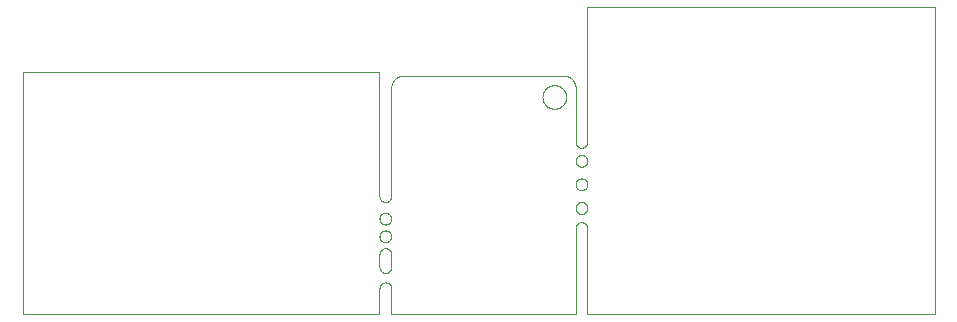
<source format=gko>
G75*
%MOIN*%
%OFA0B0*%
%FSLAX25Y25*%
%IPPOS*%
%LPD*%
%AMOC8*
5,1,8,0,0,1.08239X$1,22.5*
%
%ADD10C,0.00000*%
D10*
X0044484Y0046453D02*
X0044484Y0127161D01*
X0163382Y0127161D01*
X0163382Y0085823D01*
X0163381Y0085823D02*
X0163383Y0085737D01*
X0163388Y0085651D01*
X0163398Y0085566D01*
X0163411Y0085481D01*
X0163428Y0085397D01*
X0163448Y0085313D01*
X0163472Y0085231D01*
X0163500Y0085150D01*
X0163531Y0085069D01*
X0163565Y0084991D01*
X0163603Y0084914D01*
X0163645Y0084839D01*
X0163689Y0084765D01*
X0163737Y0084694D01*
X0163788Y0084624D01*
X0163842Y0084557D01*
X0163898Y0084493D01*
X0163958Y0084431D01*
X0164020Y0084371D01*
X0164084Y0084315D01*
X0164151Y0084261D01*
X0164221Y0084210D01*
X0164292Y0084162D01*
X0164366Y0084118D01*
X0164441Y0084076D01*
X0164518Y0084038D01*
X0164596Y0084004D01*
X0164677Y0083973D01*
X0164758Y0083945D01*
X0164840Y0083921D01*
X0164924Y0083901D01*
X0165008Y0083884D01*
X0165093Y0083871D01*
X0165178Y0083861D01*
X0165264Y0083856D01*
X0165350Y0083854D01*
X0165436Y0083856D01*
X0165522Y0083861D01*
X0165607Y0083871D01*
X0165692Y0083884D01*
X0165776Y0083901D01*
X0165860Y0083921D01*
X0165942Y0083945D01*
X0166023Y0083973D01*
X0166104Y0084004D01*
X0166182Y0084038D01*
X0166259Y0084076D01*
X0166335Y0084118D01*
X0166408Y0084162D01*
X0166479Y0084210D01*
X0166549Y0084261D01*
X0166616Y0084315D01*
X0166680Y0084371D01*
X0166742Y0084431D01*
X0166802Y0084493D01*
X0166858Y0084557D01*
X0166912Y0084624D01*
X0166963Y0084694D01*
X0167011Y0084765D01*
X0167055Y0084839D01*
X0167097Y0084914D01*
X0167135Y0084991D01*
X0167169Y0085069D01*
X0167200Y0085150D01*
X0167228Y0085231D01*
X0167252Y0085313D01*
X0167272Y0085397D01*
X0167289Y0085481D01*
X0167302Y0085566D01*
X0167312Y0085651D01*
X0167317Y0085737D01*
X0167319Y0085823D01*
X0167319Y0122043D01*
X0167321Y0122167D01*
X0167327Y0122290D01*
X0167336Y0122414D01*
X0167350Y0122536D01*
X0167367Y0122659D01*
X0167389Y0122781D01*
X0167414Y0122902D01*
X0167443Y0123022D01*
X0167475Y0123141D01*
X0167512Y0123260D01*
X0167552Y0123377D01*
X0167595Y0123492D01*
X0167643Y0123607D01*
X0167694Y0123719D01*
X0167748Y0123830D01*
X0167806Y0123940D01*
X0167867Y0124047D01*
X0167932Y0124153D01*
X0168000Y0124256D01*
X0168071Y0124357D01*
X0168145Y0124456D01*
X0168222Y0124553D01*
X0168303Y0124647D01*
X0168386Y0124738D01*
X0168472Y0124827D01*
X0168561Y0124913D01*
X0168652Y0124996D01*
X0168746Y0125077D01*
X0168843Y0125154D01*
X0168942Y0125228D01*
X0169043Y0125299D01*
X0169146Y0125367D01*
X0169252Y0125432D01*
X0169359Y0125493D01*
X0169469Y0125551D01*
X0169580Y0125605D01*
X0169692Y0125656D01*
X0169807Y0125704D01*
X0169922Y0125747D01*
X0170039Y0125787D01*
X0170158Y0125824D01*
X0170277Y0125856D01*
X0170397Y0125885D01*
X0170518Y0125910D01*
X0170640Y0125932D01*
X0170763Y0125949D01*
X0170885Y0125963D01*
X0171009Y0125972D01*
X0171132Y0125978D01*
X0171256Y0125980D01*
X0224799Y0125980D01*
X0224923Y0125978D01*
X0225046Y0125972D01*
X0225170Y0125963D01*
X0225292Y0125949D01*
X0225415Y0125932D01*
X0225537Y0125910D01*
X0225658Y0125885D01*
X0225778Y0125856D01*
X0225897Y0125824D01*
X0226016Y0125787D01*
X0226133Y0125747D01*
X0226248Y0125704D01*
X0226363Y0125656D01*
X0226475Y0125605D01*
X0226586Y0125551D01*
X0226696Y0125493D01*
X0226803Y0125432D01*
X0226909Y0125367D01*
X0227012Y0125299D01*
X0227113Y0125228D01*
X0227212Y0125154D01*
X0227309Y0125077D01*
X0227403Y0124996D01*
X0227494Y0124913D01*
X0227583Y0124827D01*
X0227669Y0124738D01*
X0227752Y0124647D01*
X0227833Y0124553D01*
X0227910Y0124456D01*
X0227984Y0124357D01*
X0228055Y0124256D01*
X0228123Y0124153D01*
X0228188Y0124047D01*
X0228249Y0123940D01*
X0228307Y0123830D01*
X0228361Y0123719D01*
X0228412Y0123607D01*
X0228460Y0123492D01*
X0228503Y0123377D01*
X0228543Y0123260D01*
X0228580Y0123141D01*
X0228612Y0123022D01*
X0228641Y0122902D01*
X0228666Y0122781D01*
X0228688Y0122659D01*
X0228705Y0122536D01*
X0228719Y0122414D01*
X0228728Y0122290D01*
X0228734Y0122167D01*
X0228736Y0122043D01*
X0228736Y0103933D01*
X0228738Y0103847D01*
X0228743Y0103761D01*
X0228753Y0103676D01*
X0228766Y0103591D01*
X0228783Y0103507D01*
X0228803Y0103423D01*
X0228827Y0103341D01*
X0228855Y0103260D01*
X0228886Y0103179D01*
X0228920Y0103101D01*
X0228958Y0103024D01*
X0229000Y0102949D01*
X0229044Y0102875D01*
X0229092Y0102804D01*
X0229143Y0102734D01*
X0229197Y0102667D01*
X0229253Y0102603D01*
X0229313Y0102541D01*
X0229375Y0102481D01*
X0229439Y0102425D01*
X0229506Y0102371D01*
X0229576Y0102320D01*
X0229647Y0102272D01*
X0229721Y0102228D01*
X0229796Y0102186D01*
X0229873Y0102148D01*
X0229951Y0102114D01*
X0230032Y0102083D01*
X0230113Y0102055D01*
X0230195Y0102031D01*
X0230279Y0102011D01*
X0230363Y0101994D01*
X0230448Y0101981D01*
X0230533Y0101971D01*
X0230619Y0101966D01*
X0230705Y0101964D01*
X0230791Y0101966D01*
X0230877Y0101971D01*
X0230962Y0101981D01*
X0231047Y0101994D01*
X0231131Y0102011D01*
X0231215Y0102031D01*
X0231297Y0102055D01*
X0231378Y0102083D01*
X0231459Y0102114D01*
X0231537Y0102148D01*
X0231614Y0102186D01*
X0231690Y0102228D01*
X0231763Y0102272D01*
X0231834Y0102320D01*
X0231904Y0102371D01*
X0231971Y0102425D01*
X0232035Y0102481D01*
X0232097Y0102541D01*
X0232157Y0102603D01*
X0232213Y0102667D01*
X0232267Y0102734D01*
X0232318Y0102804D01*
X0232366Y0102875D01*
X0232410Y0102949D01*
X0232452Y0103024D01*
X0232490Y0103101D01*
X0232524Y0103179D01*
X0232555Y0103260D01*
X0232583Y0103341D01*
X0232607Y0103423D01*
X0232627Y0103507D01*
X0232644Y0103591D01*
X0232657Y0103676D01*
X0232667Y0103761D01*
X0232672Y0103847D01*
X0232674Y0103933D01*
X0232673Y0103933D02*
X0232673Y0148815D01*
X0348421Y0148815D01*
X0348421Y0046453D01*
X0232673Y0046453D01*
X0232673Y0075193D01*
X0232674Y0075193D02*
X0232672Y0075279D01*
X0232667Y0075365D01*
X0232657Y0075450D01*
X0232644Y0075535D01*
X0232627Y0075619D01*
X0232607Y0075703D01*
X0232583Y0075785D01*
X0232555Y0075866D01*
X0232524Y0075947D01*
X0232490Y0076025D01*
X0232452Y0076102D01*
X0232410Y0076178D01*
X0232366Y0076251D01*
X0232318Y0076322D01*
X0232267Y0076392D01*
X0232213Y0076459D01*
X0232157Y0076523D01*
X0232097Y0076585D01*
X0232035Y0076645D01*
X0231971Y0076701D01*
X0231904Y0076755D01*
X0231834Y0076806D01*
X0231763Y0076854D01*
X0231690Y0076898D01*
X0231614Y0076940D01*
X0231537Y0076978D01*
X0231459Y0077012D01*
X0231378Y0077043D01*
X0231297Y0077071D01*
X0231215Y0077095D01*
X0231131Y0077115D01*
X0231047Y0077132D01*
X0230962Y0077145D01*
X0230877Y0077155D01*
X0230791Y0077160D01*
X0230705Y0077162D01*
X0230619Y0077160D01*
X0230533Y0077155D01*
X0230448Y0077145D01*
X0230363Y0077132D01*
X0230279Y0077115D01*
X0230195Y0077095D01*
X0230113Y0077071D01*
X0230032Y0077043D01*
X0229951Y0077012D01*
X0229873Y0076978D01*
X0229796Y0076940D01*
X0229721Y0076898D01*
X0229647Y0076854D01*
X0229576Y0076806D01*
X0229506Y0076755D01*
X0229439Y0076701D01*
X0229375Y0076645D01*
X0229313Y0076585D01*
X0229253Y0076523D01*
X0229197Y0076459D01*
X0229143Y0076392D01*
X0229092Y0076322D01*
X0229044Y0076251D01*
X0229000Y0076178D01*
X0228958Y0076102D01*
X0228920Y0076025D01*
X0228886Y0075947D01*
X0228855Y0075866D01*
X0228827Y0075785D01*
X0228803Y0075703D01*
X0228783Y0075619D01*
X0228766Y0075535D01*
X0228753Y0075450D01*
X0228743Y0075365D01*
X0228738Y0075279D01*
X0228736Y0075193D01*
X0228736Y0046453D01*
X0167319Y0046453D01*
X0167319Y0055114D01*
X0167317Y0055200D01*
X0167312Y0055286D01*
X0167302Y0055371D01*
X0167289Y0055456D01*
X0167272Y0055540D01*
X0167252Y0055624D01*
X0167228Y0055706D01*
X0167200Y0055787D01*
X0167169Y0055868D01*
X0167135Y0055946D01*
X0167097Y0056023D01*
X0167055Y0056099D01*
X0167011Y0056172D01*
X0166963Y0056243D01*
X0166912Y0056313D01*
X0166858Y0056380D01*
X0166802Y0056444D01*
X0166742Y0056506D01*
X0166680Y0056566D01*
X0166616Y0056622D01*
X0166549Y0056676D01*
X0166479Y0056727D01*
X0166408Y0056775D01*
X0166335Y0056819D01*
X0166259Y0056861D01*
X0166182Y0056899D01*
X0166104Y0056933D01*
X0166023Y0056964D01*
X0165942Y0056992D01*
X0165860Y0057016D01*
X0165776Y0057036D01*
X0165692Y0057053D01*
X0165607Y0057066D01*
X0165522Y0057076D01*
X0165436Y0057081D01*
X0165350Y0057083D01*
X0165264Y0057081D01*
X0165178Y0057076D01*
X0165093Y0057066D01*
X0165008Y0057053D01*
X0164924Y0057036D01*
X0164840Y0057016D01*
X0164758Y0056992D01*
X0164677Y0056964D01*
X0164596Y0056933D01*
X0164518Y0056899D01*
X0164441Y0056861D01*
X0164366Y0056819D01*
X0164292Y0056775D01*
X0164221Y0056727D01*
X0164151Y0056676D01*
X0164084Y0056622D01*
X0164020Y0056566D01*
X0163958Y0056506D01*
X0163898Y0056444D01*
X0163842Y0056380D01*
X0163788Y0056313D01*
X0163737Y0056243D01*
X0163689Y0056172D01*
X0163645Y0056099D01*
X0163603Y0056023D01*
X0163565Y0055946D01*
X0163531Y0055868D01*
X0163500Y0055787D01*
X0163472Y0055706D01*
X0163448Y0055624D01*
X0163428Y0055540D01*
X0163411Y0055456D01*
X0163398Y0055371D01*
X0163388Y0055286D01*
X0163383Y0055200D01*
X0163381Y0055114D01*
X0163382Y0055114D02*
X0163382Y0046453D01*
X0044484Y0046453D01*
X0163382Y0062201D02*
X0163382Y0066531D01*
X0165350Y0068500D02*
X0165436Y0068498D01*
X0165522Y0068493D01*
X0165607Y0068483D01*
X0165692Y0068470D01*
X0165776Y0068453D01*
X0165860Y0068433D01*
X0165942Y0068409D01*
X0166023Y0068381D01*
X0166104Y0068350D01*
X0166182Y0068316D01*
X0166259Y0068278D01*
X0166335Y0068236D01*
X0166408Y0068192D01*
X0166479Y0068144D01*
X0166549Y0068093D01*
X0166616Y0068039D01*
X0166680Y0067983D01*
X0166742Y0067923D01*
X0166802Y0067861D01*
X0166858Y0067797D01*
X0166912Y0067730D01*
X0166963Y0067660D01*
X0167011Y0067589D01*
X0167055Y0067516D01*
X0167097Y0067440D01*
X0167135Y0067363D01*
X0167169Y0067285D01*
X0167200Y0067204D01*
X0167228Y0067123D01*
X0167252Y0067041D01*
X0167272Y0066957D01*
X0167289Y0066873D01*
X0167302Y0066788D01*
X0167312Y0066703D01*
X0167317Y0066617D01*
X0167319Y0066531D01*
X0167319Y0062201D01*
X0167317Y0062115D01*
X0167312Y0062029D01*
X0167302Y0061944D01*
X0167289Y0061859D01*
X0167272Y0061775D01*
X0167252Y0061691D01*
X0167228Y0061609D01*
X0167200Y0061528D01*
X0167169Y0061447D01*
X0167135Y0061369D01*
X0167097Y0061292D01*
X0167055Y0061217D01*
X0167011Y0061143D01*
X0166963Y0061072D01*
X0166912Y0061002D01*
X0166858Y0060935D01*
X0166802Y0060871D01*
X0166742Y0060809D01*
X0166680Y0060749D01*
X0166616Y0060693D01*
X0166549Y0060639D01*
X0166479Y0060588D01*
X0166408Y0060540D01*
X0166335Y0060496D01*
X0166259Y0060454D01*
X0166182Y0060416D01*
X0166104Y0060382D01*
X0166023Y0060351D01*
X0165942Y0060323D01*
X0165860Y0060299D01*
X0165776Y0060279D01*
X0165692Y0060262D01*
X0165607Y0060249D01*
X0165522Y0060239D01*
X0165436Y0060234D01*
X0165350Y0060232D01*
X0165264Y0060234D01*
X0165178Y0060239D01*
X0165093Y0060249D01*
X0165008Y0060262D01*
X0164924Y0060279D01*
X0164840Y0060299D01*
X0164758Y0060323D01*
X0164677Y0060351D01*
X0164596Y0060382D01*
X0164518Y0060416D01*
X0164441Y0060454D01*
X0164366Y0060496D01*
X0164292Y0060540D01*
X0164221Y0060588D01*
X0164151Y0060639D01*
X0164084Y0060693D01*
X0164020Y0060749D01*
X0163958Y0060809D01*
X0163898Y0060871D01*
X0163842Y0060935D01*
X0163788Y0061002D01*
X0163737Y0061072D01*
X0163689Y0061143D01*
X0163645Y0061217D01*
X0163603Y0061292D01*
X0163565Y0061369D01*
X0163531Y0061447D01*
X0163500Y0061528D01*
X0163472Y0061609D01*
X0163448Y0061691D01*
X0163428Y0061775D01*
X0163411Y0061859D01*
X0163398Y0061944D01*
X0163388Y0062029D01*
X0163383Y0062115D01*
X0163381Y0062201D01*
X0163381Y0066531D02*
X0163383Y0066617D01*
X0163388Y0066703D01*
X0163398Y0066788D01*
X0163411Y0066873D01*
X0163428Y0066957D01*
X0163448Y0067041D01*
X0163472Y0067123D01*
X0163500Y0067204D01*
X0163531Y0067285D01*
X0163565Y0067363D01*
X0163603Y0067440D01*
X0163645Y0067516D01*
X0163689Y0067589D01*
X0163737Y0067660D01*
X0163788Y0067730D01*
X0163842Y0067797D01*
X0163898Y0067861D01*
X0163958Y0067923D01*
X0164020Y0067983D01*
X0164084Y0068039D01*
X0164151Y0068093D01*
X0164221Y0068144D01*
X0164292Y0068192D01*
X0164366Y0068236D01*
X0164441Y0068278D01*
X0164518Y0068316D01*
X0164596Y0068350D01*
X0164677Y0068381D01*
X0164758Y0068409D01*
X0164840Y0068433D01*
X0164924Y0068453D01*
X0165008Y0068470D01*
X0165093Y0068483D01*
X0165178Y0068493D01*
X0165264Y0068498D01*
X0165350Y0068500D01*
X0163381Y0072437D02*
X0163383Y0072525D01*
X0163389Y0072613D01*
X0163399Y0072701D01*
X0163413Y0072789D01*
X0163430Y0072875D01*
X0163452Y0072961D01*
X0163477Y0073045D01*
X0163507Y0073129D01*
X0163539Y0073211D01*
X0163576Y0073291D01*
X0163616Y0073370D01*
X0163660Y0073447D01*
X0163707Y0073522D01*
X0163757Y0073594D01*
X0163811Y0073665D01*
X0163867Y0073732D01*
X0163927Y0073798D01*
X0163989Y0073860D01*
X0164055Y0073920D01*
X0164122Y0073976D01*
X0164193Y0074030D01*
X0164265Y0074080D01*
X0164340Y0074127D01*
X0164417Y0074171D01*
X0164496Y0074211D01*
X0164576Y0074248D01*
X0164658Y0074280D01*
X0164742Y0074310D01*
X0164826Y0074335D01*
X0164912Y0074357D01*
X0164998Y0074374D01*
X0165086Y0074388D01*
X0165174Y0074398D01*
X0165262Y0074404D01*
X0165350Y0074406D01*
X0165438Y0074404D01*
X0165526Y0074398D01*
X0165614Y0074388D01*
X0165702Y0074374D01*
X0165788Y0074357D01*
X0165874Y0074335D01*
X0165958Y0074310D01*
X0166042Y0074280D01*
X0166124Y0074248D01*
X0166204Y0074211D01*
X0166283Y0074171D01*
X0166360Y0074127D01*
X0166435Y0074080D01*
X0166507Y0074030D01*
X0166578Y0073976D01*
X0166645Y0073920D01*
X0166711Y0073860D01*
X0166773Y0073798D01*
X0166833Y0073732D01*
X0166889Y0073665D01*
X0166943Y0073594D01*
X0166993Y0073522D01*
X0167040Y0073447D01*
X0167084Y0073370D01*
X0167124Y0073291D01*
X0167161Y0073211D01*
X0167193Y0073129D01*
X0167223Y0073045D01*
X0167248Y0072961D01*
X0167270Y0072875D01*
X0167287Y0072789D01*
X0167301Y0072701D01*
X0167311Y0072613D01*
X0167317Y0072525D01*
X0167319Y0072437D01*
X0167317Y0072349D01*
X0167311Y0072261D01*
X0167301Y0072173D01*
X0167287Y0072085D01*
X0167270Y0071999D01*
X0167248Y0071913D01*
X0167223Y0071829D01*
X0167193Y0071745D01*
X0167161Y0071663D01*
X0167124Y0071583D01*
X0167084Y0071504D01*
X0167040Y0071427D01*
X0166993Y0071352D01*
X0166943Y0071280D01*
X0166889Y0071209D01*
X0166833Y0071142D01*
X0166773Y0071076D01*
X0166711Y0071014D01*
X0166645Y0070954D01*
X0166578Y0070898D01*
X0166507Y0070844D01*
X0166435Y0070794D01*
X0166360Y0070747D01*
X0166283Y0070703D01*
X0166204Y0070663D01*
X0166124Y0070626D01*
X0166042Y0070594D01*
X0165958Y0070564D01*
X0165874Y0070539D01*
X0165788Y0070517D01*
X0165702Y0070500D01*
X0165614Y0070486D01*
X0165526Y0070476D01*
X0165438Y0070470D01*
X0165350Y0070468D01*
X0165262Y0070470D01*
X0165174Y0070476D01*
X0165086Y0070486D01*
X0164998Y0070500D01*
X0164912Y0070517D01*
X0164826Y0070539D01*
X0164742Y0070564D01*
X0164658Y0070594D01*
X0164576Y0070626D01*
X0164496Y0070663D01*
X0164417Y0070703D01*
X0164340Y0070747D01*
X0164265Y0070794D01*
X0164193Y0070844D01*
X0164122Y0070898D01*
X0164055Y0070954D01*
X0163989Y0071014D01*
X0163927Y0071076D01*
X0163867Y0071142D01*
X0163811Y0071209D01*
X0163757Y0071280D01*
X0163707Y0071352D01*
X0163660Y0071427D01*
X0163616Y0071504D01*
X0163576Y0071583D01*
X0163539Y0071663D01*
X0163507Y0071745D01*
X0163477Y0071829D01*
X0163452Y0071913D01*
X0163430Y0071999D01*
X0163413Y0072085D01*
X0163399Y0072173D01*
X0163389Y0072261D01*
X0163383Y0072349D01*
X0163381Y0072437D01*
X0163381Y0078343D02*
X0163383Y0078431D01*
X0163389Y0078519D01*
X0163399Y0078607D01*
X0163413Y0078695D01*
X0163430Y0078781D01*
X0163452Y0078867D01*
X0163477Y0078951D01*
X0163507Y0079035D01*
X0163539Y0079117D01*
X0163576Y0079197D01*
X0163616Y0079276D01*
X0163660Y0079353D01*
X0163707Y0079428D01*
X0163757Y0079500D01*
X0163811Y0079571D01*
X0163867Y0079638D01*
X0163927Y0079704D01*
X0163989Y0079766D01*
X0164055Y0079826D01*
X0164122Y0079882D01*
X0164193Y0079936D01*
X0164265Y0079986D01*
X0164340Y0080033D01*
X0164417Y0080077D01*
X0164496Y0080117D01*
X0164576Y0080154D01*
X0164658Y0080186D01*
X0164742Y0080216D01*
X0164826Y0080241D01*
X0164912Y0080263D01*
X0164998Y0080280D01*
X0165086Y0080294D01*
X0165174Y0080304D01*
X0165262Y0080310D01*
X0165350Y0080312D01*
X0165438Y0080310D01*
X0165526Y0080304D01*
X0165614Y0080294D01*
X0165702Y0080280D01*
X0165788Y0080263D01*
X0165874Y0080241D01*
X0165958Y0080216D01*
X0166042Y0080186D01*
X0166124Y0080154D01*
X0166204Y0080117D01*
X0166283Y0080077D01*
X0166360Y0080033D01*
X0166435Y0079986D01*
X0166507Y0079936D01*
X0166578Y0079882D01*
X0166645Y0079826D01*
X0166711Y0079766D01*
X0166773Y0079704D01*
X0166833Y0079638D01*
X0166889Y0079571D01*
X0166943Y0079500D01*
X0166993Y0079428D01*
X0167040Y0079353D01*
X0167084Y0079276D01*
X0167124Y0079197D01*
X0167161Y0079117D01*
X0167193Y0079035D01*
X0167223Y0078951D01*
X0167248Y0078867D01*
X0167270Y0078781D01*
X0167287Y0078695D01*
X0167301Y0078607D01*
X0167311Y0078519D01*
X0167317Y0078431D01*
X0167319Y0078343D01*
X0167317Y0078255D01*
X0167311Y0078167D01*
X0167301Y0078079D01*
X0167287Y0077991D01*
X0167270Y0077905D01*
X0167248Y0077819D01*
X0167223Y0077735D01*
X0167193Y0077651D01*
X0167161Y0077569D01*
X0167124Y0077489D01*
X0167084Y0077410D01*
X0167040Y0077333D01*
X0166993Y0077258D01*
X0166943Y0077186D01*
X0166889Y0077115D01*
X0166833Y0077048D01*
X0166773Y0076982D01*
X0166711Y0076920D01*
X0166645Y0076860D01*
X0166578Y0076804D01*
X0166507Y0076750D01*
X0166435Y0076700D01*
X0166360Y0076653D01*
X0166283Y0076609D01*
X0166204Y0076569D01*
X0166124Y0076532D01*
X0166042Y0076500D01*
X0165958Y0076470D01*
X0165874Y0076445D01*
X0165788Y0076423D01*
X0165702Y0076406D01*
X0165614Y0076392D01*
X0165526Y0076382D01*
X0165438Y0076376D01*
X0165350Y0076374D01*
X0165262Y0076376D01*
X0165174Y0076382D01*
X0165086Y0076392D01*
X0164998Y0076406D01*
X0164912Y0076423D01*
X0164826Y0076445D01*
X0164742Y0076470D01*
X0164658Y0076500D01*
X0164576Y0076532D01*
X0164496Y0076569D01*
X0164417Y0076609D01*
X0164340Y0076653D01*
X0164265Y0076700D01*
X0164193Y0076750D01*
X0164122Y0076804D01*
X0164055Y0076860D01*
X0163989Y0076920D01*
X0163927Y0076982D01*
X0163867Y0077048D01*
X0163811Y0077115D01*
X0163757Y0077186D01*
X0163707Y0077258D01*
X0163660Y0077333D01*
X0163616Y0077410D01*
X0163576Y0077489D01*
X0163539Y0077569D01*
X0163507Y0077651D01*
X0163477Y0077735D01*
X0163452Y0077819D01*
X0163430Y0077905D01*
X0163413Y0077991D01*
X0163399Y0078079D01*
X0163389Y0078167D01*
X0163383Y0078255D01*
X0163381Y0078343D01*
X0228736Y0081886D02*
X0228738Y0081974D01*
X0228744Y0082062D01*
X0228754Y0082150D01*
X0228768Y0082238D01*
X0228785Y0082324D01*
X0228807Y0082410D01*
X0228832Y0082494D01*
X0228862Y0082578D01*
X0228894Y0082660D01*
X0228931Y0082740D01*
X0228971Y0082819D01*
X0229015Y0082896D01*
X0229062Y0082971D01*
X0229112Y0083043D01*
X0229166Y0083114D01*
X0229222Y0083181D01*
X0229282Y0083247D01*
X0229344Y0083309D01*
X0229410Y0083369D01*
X0229477Y0083425D01*
X0229548Y0083479D01*
X0229620Y0083529D01*
X0229695Y0083576D01*
X0229772Y0083620D01*
X0229851Y0083660D01*
X0229931Y0083697D01*
X0230013Y0083729D01*
X0230097Y0083759D01*
X0230181Y0083784D01*
X0230267Y0083806D01*
X0230353Y0083823D01*
X0230441Y0083837D01*
X0230529Y0083847D01*
X0230617Y0083853D01*
X0230705Y0083855D01*
X0230793Y0083853D01*
X0230881Y0083847D01*
X0230969Y0083837D01*
X0231057Y0083823D01*
X0231143Y0083806D01*
X0231229Y0083784D01*
X0231313Y0083759D01*
X0231397Y0083729D01*
X0231479Y0083697D01*
X0231559Y0083660D01*
X0231638Y0083620D01*
X0231715Y0083576D01*
X0231790Y0083529D01*
X0231862Y0083479D01*
X0231933Y0083425D01*
X0232000Y0083369D01*
X0232066Y0083309D01*
X0232128Y0083247D01*
X0232188Y0083181D01*
X0232244Y0083114D01*
X0232298Y0083043D01*
X0232348Y0082971D01*
X0232395Y0082896D01*
X0232439Y0082819D01*
X0232479Y0082740D01*
X0232516Y0082660D01*
X0232548Y0082578D01*
X0232578Y0082494D01*
X0232603Y0082410D01*
X0232625Y0082324D01*
X0232642Y0082238D01*
X0232656Y0082150D01*
X0232666Y0082062D01*
X0232672Y0081974D01*
X0232674Y0081886D01*
X0232672Y0081798D01*
X0232666Y0081710D01*
X0232656Y0081622D01*
X0232642Y0081534D01*
X0232625Y0081448D01*
X0232603Y0081362D01*
X0232578Y0081278D01*
X0232548Y0081194D01*
X0232516Y0081112D01*
X0232479Y0081032D01*
X0232439Y0080953D01*
X0232395Y0080876D01*
X0232348Y0080801D01*
X0232298Y0080729D01*
X0232244Y0080658D01*
X0232188Y0080591D01*
X0232128Y0080525D01*
X0232066Y0080463D01*
X0232000Y0080403D01*
X0231933Y0080347D01*
X0231862Y0080293D01*
X0231790Y0080243D01*
X0231715Y0080196D01*
X0231638Y0080152D01*
X0231559Y0080112D01*
X0231479Y0080075D01*
X0231397Y0080043D01*
X0231313Y0080013D01*
X0231229Y0079988D01*
X0231143Y0079966D01*
X0231057Y0079949D01*
X0230969Y0079935D01*
X0230881Y0079925D01*
X0230793Y0079919D01*
X0230705Y0079917D01*
X0230617Y0079919D01*
X0230529Y0079925D01*
X0230441Y0079935D01*
X0230353Y0079949D01*
X0230267Y0079966D01*
X0230181Y0079988D01*
X0230097Y0080013D01*
X0230013Y0080043D01*
X0229931Y0080075D01*
X0229851Y0080112D01*
X0229772Y0080152D01*
X0229695Y0080196D01*
X0229620Y0080243D01*
X0229548Y0080293D01*
X0229477Y0080347D01*
X0229410Y0080403D01*
X0229344Y0080463D01*
X0229282Y0080525D01*
X0229222Y0080591D01*
X0229166Y0080658D01*
X0229112Y0080729D01*
X0229062Y0080801D01*
X0229015Y0080876D01*
X0228971Y0080953D01*
X0228931Y0081032D01*
X0228894Y0081112D01*
X0228862Y0081194D01*
X0228832Y0081278D01*
X0228807Y0081362D01*
X0228785Y0081448D01*
X0228768Y0081534D01*
X0228754Y0081622D01*
X0228744Y0081710D01*
X0228738Y0081798D01*
X0228736Y0081886D01*
X0228736Y0089760D02*
X0228738Y0089848D01*
X0228744Y0089936D01*
X0228754Y0090024D01*
X0228768Y0090112D01*
X0228785Y0090198D01*
X0228807Y0090284D01*
X0228832Y0090368D01*
X0228862Y0090452D01*
X0228894Y0090534D01*
X0228931Y0090614D01*
X0228971Y0090693D01*
X0229015Y0090770D01*
X0229062Y0090845D01*
X0229112Y0090917D01*
X0229166Y0090988D01*
X0229222Y0091055D01*
X0229282Y0091121D01*
X0229344Y0091183D01*
X0229410Y0091243D01*
X0229477Y0091299D01*
X0229548Y0091353D01*
X0229620Y0091403D01*
X0229695Y0091450D01*
X0229772Y0091494D01*
X0229851Y0091534D01*
X0229931Y0091571D01*
X0230013Y0091603D01*
X0230097Y0091633D01*
X0230181Y0091658D01*
X0230267Y0091680D01*
X0230353Y0091697D01*
X0230441Y0091711D01*
X0230529Y0091721D01*
X0230617Y0091727D01*
X0230705Y0091729D01*
X0230793Y0091727D01*
X0230881Y0091721D01*
X0230969Y0091711D01*
X0231057Y0091697D01*
X0231143Y0091680D01*
X0231229Y0091658D01*
X0231313Y0091633D01*
X0231397Y0091603D01*
X0231479Y0091571D01*
X0231559Y0091534D01*
X0231638Y0091494D01*
X0231715Y0091450D01*
X0231790Y0091403D01*
X0231862Y0091353D01*
X0231933Y0091299D01*
X0232000Y0091243D01*
X0232066Y0091183D01*
X0232128Y0091121D01*
X0232188Y0091055D01*
X0232244Y0090988D01*
X0232298Y0090917D01*
X0232348Y0090845D01*
X0232395Y0090770D01*
X0232439Y0090693D01*
X0232479Y0090614D01*
X0232516Y0090534D01*
X0232548Y0090452D01*
X0232578Y0090368D01*
X0232603Y0090284D01*
X0232625Y0090198D01*
X0232642Y0090112D01*
X0232656Y0090024D01*
X0232666Y0089936D01*
X0232672Y0089848D01*
X0232674Y0089760D01*
X0232672Y0089672D01*
X0232666Y0089584D01*
X0232656Y0089496D01*
X0232642Y0089408D01*
X0232625Y0089322D01*
X0232603Y0089236D01*
X0232578Y0089152D01*
X0232548Y0089068D01*
X0232516Y0088986D01*
X0232479Y0088906D01*
X0232439Y0088827D01*
X0232395Y0088750D01*
X0232348Y0088675D01*
X0232298Y0088603D01*
X0232244Y0088532D01*
X0232188Y0088465D01*
X0232128Y0088399D01*
X0232066Y0088337D01*
X0232000Y0088277D01*
X0231933Y0088221D01*
X0231862Y0088167D01*
X0231790Y0088117D01*
X0231715Y0088070D01*
X0231638Y0088026D01*
X0231559Y0087986D01*
X0231479Y0087949D01*
X0231397Y0087917D01*
X0231313Y0087887D01*
X0231229Y0087862D01*
X0231143Y0087840D01*
X0231057Y0087823D01*
X0230969Y0087809D01*
X0230881Y0087799D01*
X0230793Y0087793D01*
X0230705Y0087791D01*
X0230617Y0087793D01*
X0230529Y0087799D01*
X0230441Y0087809D01*
X0230353Y0087823D01*
X0230267Y0087840D01*
X0230181Y0087862D01*
X0230097Y0087887D01*
X0230013Y0087917D01*
X0229931Y0087949D01*
X0229851Y0087986D01*
X0229772Y0088026D01*
X0229695Y0088070D01*
X0229620Y0088117D01*
X0229548Y0088167D01*
X0229477Y0088221D01*
X0229410Y0088277D01*
X0229344Y0088337D01*
X0229282Y0088399D01*
X0229222Y0088465D01*
X0229166Y0088532D01*
X0229112Y0088603D01*
X0229062Y0088675D01*
X0229015Y0088750D01*
X0228971Y0088827D01*
X0228931Y0088906D01*
X0228894Y0088986D01*
X0228862Y0089068D01*
X0228832Y0089152D01*
X0228807Y0089236D01*
X0228785Y0089322D01*
X0228768Y0089408D01*
X0228754Y0089496D01*
X0228744Y0089584D01*
X0228738Y0089672D01*
X0228736Y0089760D01*
X0228736Y0097634D02*
X0228738Y0097722D01*
X0228744Y0097810D01*
X0228754Y0097898D01*
X0228768Y0097986D01*
X0228785Y0098072D01*
X0228807Y0098158D01*
X0228832Y0098242D01*
X0228862Y0098326D01*
X0228894Y0098408D01*
X0228931Y0098488D01*
X0228971Y0098567D01*
X0229015Y0098644D01*
X0229062Y0098719D01*
X0229112Y0098791D01*
X0229166Y0098862D01*
X0229222Y0098929D01*
X0229282Y0098995D01*
X0229344Y0099057D01*
X0229410Y0099117D01*
X0229477Y0099173D01*
X0229548Y0099227D01*
X0229620Y0099277D01*
X0229695Y0099324D01*
X0229772Y0099368D01*
X0229851Y0099408D01*
X0229931Y0099445D01*
X0230013Y0099477D01*
X0230097Y0099507D01*
X0230181Y0099532D01*
X0230267Y0099554D01*
X0230353Y0099571D01*
X0230441Y0099585D01*
X0230529Y0099595D01*
X0230617Y0099601D01*
X0230705Y0099603D01*
X0230793Y0099601D01*
X0230881Y0099595D01*
X0230969Y0099585D01*
X0231057Y0099571D01*
X0231143Y0099554D01*
X0231229Y0099532D01*
X0231313Y0099507D01*
X0231397Y0099477D01*
X0231479Y0099445D01*
X0231559Y0099408D01*
X0231638Y0099368D01*
X0231715Y0099324D01*
X0231790Y0099277D01*
X0231862Y0099227D01*
X0231933Y0099173D01*
X0232000Y0099117D01*
X0232066Y0099057D01*
X0232128Y0098995D01*
X0232188Y0098929D01*
X0232244Y0098862D01*
X0232298Y0098791D01*
X0232348Y0098719D01*
X0232395Y0098644D01*
X0232439Y0098567D01*
X0232479Y0098488D01*
X0232516Y0098408D01*
X0232548Y0098326D01*
X0232578Y0098242D01*
X0232603Y0098158D01*
X0232625Y0098072D01*
X0232642Y0097986D01*
X0232656Y0097898D01*
X0232666Y0097810D01*
X0232672Y0097722D01*
X0232674Y0097634D01*
X0232672Y0097546D01*
X0232666Y0097458D01*
X0232656Y0097370D01*
X0232642Y0097282D01*
X0232625Y0097196D01*
X0232603Y0097110D01*
X0232578Y0097026D01*
X0232548Y0096942D01*
X0232516Y0096860D01*
X0232479Y0096780D01*
X0232439Y0096701D01*
X0232395Y0096624D01*
X0232348Y0096549D01*
X0232298Y0096477D01*
X0232244Y0096406D01*
X0232188Y0096339D01*
X0232128Y0096273D01*
X0232066Y0096211D01*
X0232000Y0096151D01*
X0231933Y0096095D01*
X0231862Y0096041D01*
X0231790Y0095991D01*
X0231715Y0095944D01*
X0231638Y0095900D01*
X0231559Y0095860D01*
X0231479Y0095823D01*
X0231397Y0095791D01*
X0231313Y0095761D01*
X0231229Y0095736D01*
X0231143Y0095714D01*
X0231057Y0095697D01*
X0230969Y0095683D01*
X0230881Y0095673D01*
X0230793Y0095667D01*
X0230705Y0095665D01*
X0230617Y0095667D01*
X0230529Y0095673D01*
X0230441Y0095683D01*
X0230353Y0095697D01*
X0230267Y0095714D01*
X0230181Y0095736D01*
X0230097Y0095761D01*
X0230013Y0095791D01*
X0229931Y0095823D01*
X0229851Y0095860D01*
X0229772Y0095900D01*
X0229695Y0095944D01*
X0229620Y0095991D01*
X0229548Y0096041D01*
X0229477Y0096095D01*
X0229410Y0096151D01*
X0229344Y0096211D01*
X0229282Y0096273D01*
X0229222Y0096339D01*
X0229166Y0096406D01*
X0229112Y0096477D01*
X0229062Y0096549D01*
X0229015Y0096624D01*
X0228971Y0096701D01*
X0228931Y0096780D01*
X0228894Y0096860D01*
X0228862Y0096942D01*
X0228832Y0097026D01*
X0228807Y0097110D01*
X0228785Y0097196D01*
X0228768Y0097282D01*
X0228754Y0097370D01*
X0228744Y0097458D01*
X0228738Y0097546D01*
X0228736Y0097634D01*
X0217713Y0118894D02*
X0217715Y0119019D01*
X0217721Y0119144D01*
X0217731Y0119268D01*
X0217745Y0119392D01*
X0217762Y0119516D01*
X0217784Y0119639D01*
X0217810Y0119761D01*
X0217839Y0119883D01*
X0217872Y0120003D01*
X0217910Y0120122D01*
X0217950Y0120241D01*
X0217995Y0120357D01*
X0218043Y0120472D01*
X0218095Y0120586D01*
X0218151Y0120698D01*
X0218210Y0120808D01*
X0218272Y0120916D01*
X0218338Y0121023D01*
X0218407Y0121127D01*
X0218480Y0121228D01*
X0218555Y0121328D01*
X0218634Y0121425D01*
X0218716Y0121519D01*
X0218801Y0121611D01*
X0218888Y0121700D01*
X0218979Y0121786D01*
X0219072Y0121869D01*
X0219168Y0121950D01*
X0219266Y0122027D01*
X0219366Y0122101D01*
X0219469Y0122172D01*
X0219574Y0122239D01*
X0219682Y0122304D01*
X0219791Y0122364D01*
X0219902Y0122422D01*
X0220015Y0122475D01*
X0220129Y0122525D01*
X0220245Y0122572D01*
X0220362Y0122614D01*
X0220481Y0122653D01*
X0220601Y0122689D01*
X0220722Y0122720D01*
X0220844Y0122748D01*
X0220966Y0122771D01*
X0221090Y0122791D01*
X0221214Y0122807D01*
X0221338Y0122819D01*
X0221463Y0122827D01*
X0221588Y0122831D01*
X0221712Y0122831D01*
X0221837Y0122827D01*
X0221962Y0122819D01*
X0222086Y0122807D01*
X0222210Y0122791D01*
X0222334Y0122771D01*
X0222456Y0122748D01*
X0222578Y0122720D01*
X0222699Y0122689D01*
X0222819Y0122653D01*
X0222938Y0122614D01*
X0223055Y0122572D01*
X0223171Y0122525D01*
X0223285Y0122475D01*
X0223398Y0122422D01*
X0223509Y0122364D01*
X0223619Y0122304D01*
X0223726Y0122239D01*
X0223831Y0122172D01*
X0223934Y0122101D01*
X0224034Y0122027D01*
X0224132Y0121950D01*
X0224228Y0121869D01*
X0224321Y0121786D01*
X0224412Y0121700D01*
X0224499Y0121611D01*
X0224584Y0121519D01*
X0224666Y0121425D01*
X0224745Y0121328D01*
X0224820Y0121228D01*
X0224893Y0121127D01*
X0224962Y0121023D01*
X0225028Y0120916D01*
X0225090Y0120808D01*
X0225149Y0120698D01*
X0225205Y0120586D01*
X0225257Y0120472D01*
X0225305Y0120357D01*
X0225350Y0120241D01*
X0225390Y0120122D01*
X0225428Y0120003D01*
X0225461Y0119883D01*
X0225490Y0119761D01*
X0225516Y0119639D01*
X0225538Y0119516D01*
X0225555Y0119392D01*
X0225569Y0119268D01*
X0225579Y0119144D01*
X0225585Y0119019D01*
X0225587Y0118894D01*
X0225585Y0118769D01*
X0225579Y0118644D01*
X0225569Y0118520D01*
X0225555Y0118396D01*
X0225538Y0118272D01*
X0225516Y0118149D01*
X0225490Y0118027D01*
X0225461Y0117905D01*
X0225428Y0117785D01*
X0225390Y0117666D01*
X0225350Y0117547D01*
X0225305Y0117431D01*
X0225257Y0117316D01*
X0225205Y0117202D01*
X0225149Y0117090D01*
X0225090Y0116980D01*
X0225028Y0116872D01*
X0224962Y0116765D01*
X0224893Y0116661D01*
X0224820Y0116560D01*
X0224745Y0116460D01*
X0224666Y0116363D01*
X0224584Y0116269D01*
X0224499Y0116177D01*
X0224412Y0116088D01*
X0224321Y0116002D01*
X0224228Y0115919D01*
X0224132Y0115838D01*
X0224034Y0115761D01*
X0223934Y0115687D01*
X0223831Y0115616D01*
X0223726Y0115549D01*
X0223618Y0115484D01*
X0223509Y0115424D01*
X0223398Y0115366D01*
X0223285Y0115313D01*
X0223171Y0115263D01*
X0223055Y0115216D01*
X0222938Y0115174D01*
X0222819Y0115135D01*
X0222699Y0115099D01*
X0222578Y0115068D01*
X0222456Y0115040D01*
X0222334Y0115017D01*
X0222210Y0114997D01*
X0222086Y0114981D01*
X0221962Y0114969D01*
X0221837Y0114961D01*
X0221712Y0114957D01*
X0221588Y0114957D01*
X0221463Y0114961D01*
X0221338Y0114969D01*
X0221214Y0114981D01*
X0221090Y0114997D01*
X0220966Y0115017D01*
X0220844Y0115040D01*
X0220722Y0115068D01*
X0220601Y0115099D01*
X0220481Y0115135D01*
X0220362Y0115174D01*
X0220245Y0115216D01*
X0220129Y0115263D01*
X0220015Y0115313D01*
X0219902Y0115366D01*
X0219791Y0115424D01*
X0219681Y0115484D01*
X0219574Y0115549D01*
X0219469Y0115616D01*
X0219366Y0115687D01*
X0219266Y0115761D01*
X0219168Y0115838D01*
X0219072Y0115919D01*
X0218979Y0116002D01*
X0218888Y0116088D01*
X0218801Y0116177D01*
X0218716Y0116269D01*
X0218634Y0116363D01*
X0218555Y0116460D01*
X0218480Y0116560D01*
X0218407Y0116661D01*
X0218338Y0116765D01*
X0218272Y0116872D01*
X0218210Y0116980D01*
X0218151Y0117090D01*
X0218095Y0117202D01*
X0218043Y0117316D01*
X0217995Y0117431D01*
X0217950Y0117547D01*
X0217910Y0117666D01*
X0217872Y0117785D01*
X0217839Y0117905D01*
X0217810Y0118027D01*
X0217784Y0118149D01*
X0217762Y0118272D01*
X0217745Y0118396D01*
X0217731Y0118520D01*
X0217721Y0118644D01*
X0217715Y0118769D01*
X0217713Y0118894D01*
M02*

</source>
